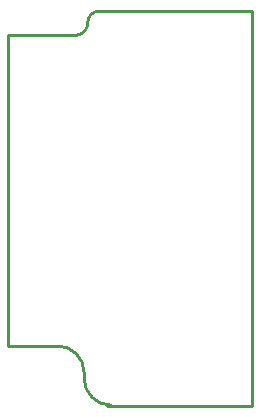
<source format=gko>
G04 Layer: BoardOutlineLayer*
G04 EasyEDA v6.5.39, 2024-01-09 17:58:11*
G04 1731ee7187ce4ff3998c1f3127dcefb7,7c1e8d740ba24e6f83eb2d53d3341807,10*
G04 Gerber Generator version 0.2*
G04 Scale: 100 percent, Rotated: No, Reflected: No *
G04 Dimensions in millimeters *
G04 leading zeros omitted , absolute positions ,4 integer and 5 decimal *
%FSLAX45Y45*%
%MOMM*%

%ADD10C,0.2540*%
D10*
X1625600Y1447800D02*
G01*
X2209800Y1447800D01*
X2400300Y1651000D02*
G01*
X3695700Y1651000D01*
X3695700Y-1689100D01*
X2463800Y-1689100D01*
X2057400Y-1181100D02*
G01*
X1625600Y-1181100D01*
X1625600Y1447800D01*
X2273300Y-1460500D02*
G01*
X2273300Y-1409700D01*
G75*
G01*
X2273300Y-1460500D02*
G03*
X2498298Y-1685501I225001J0D01*
G75*
G01*
X2273300Y-1409700D02*
G03*
X2048299Y-1184699I-225001J0D01*
G75*
G01*
X2396195Y1651043D02*
G03*
X2302820Y1549357I6607J-99781D01*
G75*
G01*
X2209800Y1447800D02*
G03*
X2303175Y1549486I-6606J99781D01*

%LPD*%
M02*

</source>
